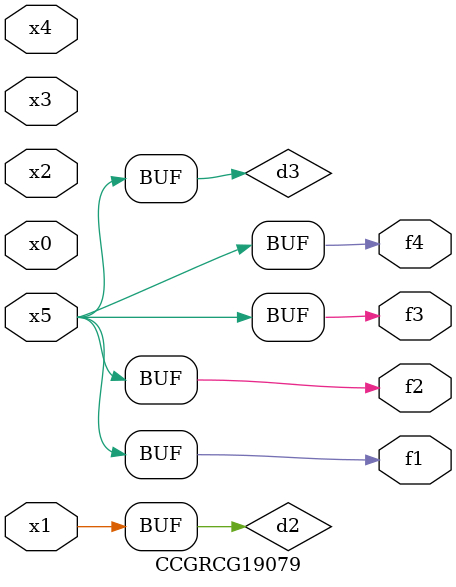
<source format=v>
module CCGRCG19079(
	input x0, x1, x2, x3, x4, x5,
	output f1, f2, f3, f4
);

	wire d1, d2, d3;

	not (d1, x5);
	or (d2, x1);
	xnor (d3, d1);
	assign f1 = d3;
	assign f2 = d3;
	assign f3 = d3;
	assign f4 = d3;
endmodule

</source>
